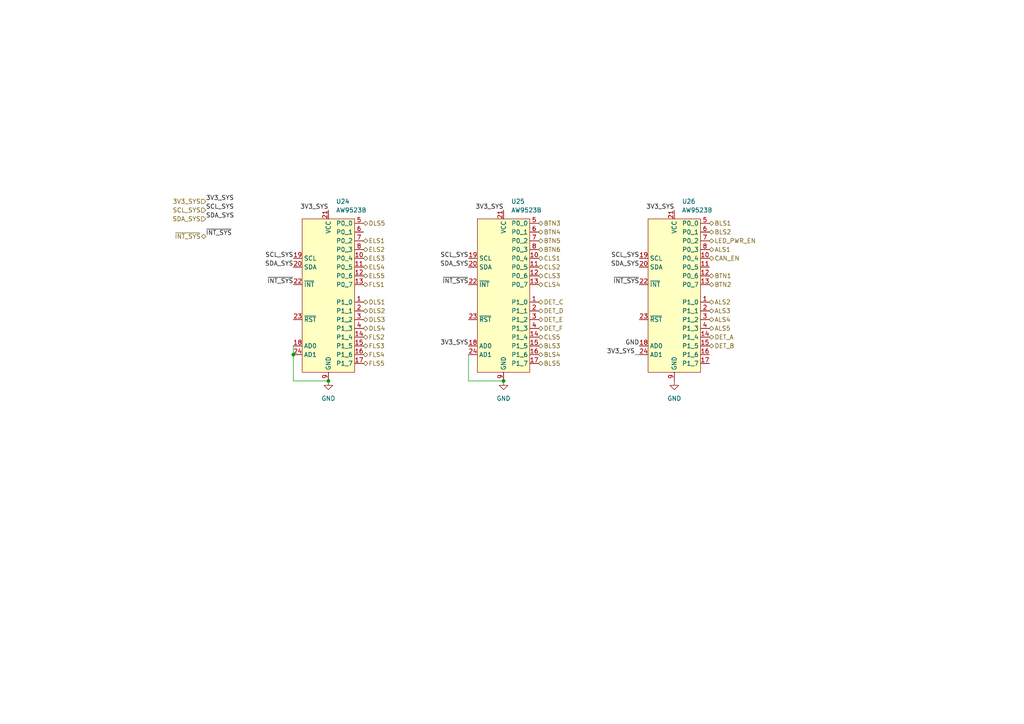
<source format=kicad_sch>
(kicad_sch (version 20230121) (generator eeschema)
  (paper "A4")
  (lib_symbols
    (symbol "nodular:AW9523B"
      (property "Reference" "U" (at 0 0 0))
      (property "Value" "AW9523B" (at 0 0 0))
      (symbol "AW9523B_1_1"
        (rectangle (start -7.62 21.59) (end 7.62 -22.86) (fill (type background)))
        (pin tri_state line (at 10.16 -2.54 180) (length 2.54) (name "P1_0") (number "1"))
        (pin tri_state line (at 10.16 10.16 180) (length 2.54) (name "P0_4") (number "10"))
        (pin tri_state line (at 10.16 7.62 180) (length 2.54) (name "P0_5") (number "11"))
        (pin tri_state line (at 10.16 5.08 180) (length 2.54) (name "P0_6") (number "12"))
        (pin tri_state line (at 10.16 2.54 180) (length 2.54) (name "P0_7") (number "13"))
        (pin tri_state line (at 10.16 -12.7 180) (length 2.54) (name "P1_4") (number "14"))
        (pin tri_state line (at 10.16 -15.24 180) (length 2.54) (name "P1_5") (number "15"))
        (pin tri_state line (at 10.16 -17.78 180) (length 2.54) (name "P1_6") (number "16"))
        (pin tri_state line (at 10.16 -20.32 180) (length 2.54) (name "P1_7") (number "17"))
        (pin input line (at -10.16 -15.24 0) (length 2.54) (name "AD0") (number "18"))
        (pin input line (at -10.16 10.16 0) (length 2.54) (name "SCL") (number "19"))
        (pin tri_state line (at 10.16 -5.08 180) (length 2.54) (name "P1_1") (number "2"))
        (pin input line (at -10.16 7.62 0) (length 2.54) (name "SDA") (number "20"))
        (pin power_in line (at 0 24.13 270) (length 2.54) (name "VCC") (number "21"))
        (pin open_collector line (at -10.16 2.54 0) (length 2.54) (name "~{INT}") (number "22"))
        (pin input line (at -10.16 -7.62 0) (length 2.54) (name "~{RST}") (number "23"))
        (pin input line (at -10.16 -17.78 0) (length 2.54) (name "AD1") (number "24"))
        (pin passive line (at 0 -25.4 90) (length 2.54) hide (name "GND") (number "25"))
        (pin tri_state line (at 10.16 -7.62 180) (length 2.54) (name "P1_2") (number "3"))
        (pin tri_state line (at 10.16 -10.16 180) (length 2.54) (name "P1_3") (number "4"))
        (pin tri_state line (at 10.16 20.32 180) (length 2.54) (name "P0_0") (number "5"))
        (pin tri_state line (at 10.16 17.78 180) (length 2.54) (name "P0_1") (number "6"))
        (pin tri_state line (at 10.16 15.24 180) (length 2.54) (name "P0_2") (number "7"))
        (pin tri_state line (at 10.16 12.7 180) (length 2.54) (name "P0_3") (number "8"))
        (pin power_in line (at 0 -25.4 90) (length 2.54) (name "GND") (number "9"))
      )
    )
    (symbol "power:GND" (power) (pin_names (offset 0))
      (property "Value" "GND" (at 0 -3.81 0))
      (symbol "GND_0_1"
        (polyline (pts (xy 0 0) (xy 0 -1.27) (xy 1.27 -1.27) (xy 0 -2.54) (xy -1.27 -1.27) (xy 0 -1.27)))
      )
      (symbol "GND_1_1"
        (pin power_in line (at 0 0 270) (length 0) hide (name "GND") (number "1"))
      )
    )
  )
  (junction (at 146.05 110.49))
  (junction (at 95.25 110.49))
  (junction (at 85.09 102.87))
  (wire (pts (xy 135.89 110.49) (xy 146.05 110.49)))
  (wire (pts (xy 85.09 110.49) (xy 85.09 102.87)))
  (wire (pts (xy 85.09 102.87) (xy 85.09 100.33)))
  (wire (pts (xy 184.15 102.87) (xy 185.42 102.87)))
  (wire (pts (xy 95.25 110.49) (xy 85.09 110.49)))
  (wire (pts (xy 135.89 102.87) (xy 135.89 110.49)))
  (label "SCL_SYS" (at 59.69 60.96 0))
  (label "SDA_SYS" (at 85.09 77.47 180))
  (label "~{INT_SYS}" (at 85.09 82.55 180))
  (label "3V3_SYS" (at 135.89 100.33 180))
  (label "SDA_SYS" (at 185.42 77.47 180))
  (label "~{INT_SYS}" (at 59.69 68.58 0))
  (label "SCL_SYS" (at 135.89 74.93 180))
  (label "SDA_SYS" (at 59.69 63.5 0))
  (label "SCL_SYS" (at 185.42 74.93 180))
  (label "3V3_SYS" (at 195.58 60.96 180))
  (label "3V3_SYS" (at 146.05 60.96 180))
  (label "3V3_SYS" (at 184.15 102.87 180))
  (label "SCL_SYS" (at 85.09 74.93 180))
  (label "~{INT_SYS}" (at 135.89 82.55 180))
  (label "3V3_SYS" (at 59.69 58.42 0))
  (label "SDA_SYS" (at 135.89 77.47 180))
  (label "~{INT_SYS}" (at 185.42 82.55 180))
  (label "GND" (at 185.42 100.33 180))
  (label "3V3_SYS" (at 95.25 60.96 180))
  (hierarchical_label "ELS3" (shape bidirectional) (at 105.41 74.93 0))
  (hierarchical_label "ALS2" (shape bidirectional) (at 205.74 87.63 0))
  (hierarchical_label "BTN5" (shape bidirectional) (at 156.21 69.85 0))
  (hierarchical_label "CLS1" (shape bidirectional) (at 156.21 74.93 0))
  (hierarchical_label "ELS5" (shape bidirectional) (at 105.41 80.01 0))
  (hierarchical_label "BTN2" (shape bidirectional) (at 205.74 82.55 0))
  (hierarchical_label "FLS2" (shape bidirectional) (at 105.41 97.79 0))
  (hierarchical_label "DLS2" (shape bidirectional) (at 105.41 90.17 0))
  (hierarchical_label "BTN3" (shape bidirectional) (at 156.21 64.77 0))
  (hierarchical_label "DET_C" (shape bidirectional) (at 156.21 87.63 0))
  (hierarchical_label "BTN4" (shape bidirectional) (at 156.21 67.31 0))
  (hierarchical_label "DET_E" (shape bidirectional) (at 156.21 92.71 0))
  (hierarchical_label "~{INT_SYS}" (shape bidirectional) (at 59.69 68.58 180))
  (hierarchical_label "SDA_SYS" (shape input) (at 59.69 63.5 180))
  (hierarchical_label "DET_B" (shape bidirectional) (at 205.74 100.33 0))
  (hierarchical_label "BTN1" (shape bidirectional) (at 205.74 80.01 0))
  (hierarchical_label "LED_PWR_EN" (shape bidirectional) (at 205.74 69.85 0))
  (hierarchical_label "CLS3" (shape bidirectional) (at 156.21 80.01 0))
  (hierarchical_label "DLS3" (shape bidirectional) (at 105.41 92.71 0))
  (hierarchical_label "SCL_SYS" (shape input) (at 59.69 60.96 180))
  (hierarchical_label "CAN_EN" (shape bidirectional) (at 205.74 74.93 0))
  (hierarchical_label "BLS5" (shape bidirectional) (at 156.21 105.41 0))
  (hierarchical_label "DET_D" (shape bidirectional) (at 156.21 90.17 0))
  (hierarchical_label "ELS4" (shape bidirectional) (at 105.41 77.47 0))
  (hierarchical_label "FLS5" (shape bidirectional) (at 105.41 105.41 0))
  (hierarchical_label "ELS2" (shape bidirectional) (at 105.41 72.39 0))
  (hierarchical_label "ELS1" (shape bidirectional) (at 105.41 69.85 0))
  (hierarchical_label "3V3_SYS" (shape input) (at 59.69 58.42 180))
  (hierarchical_label "CLS5" (shape bidirectional) (at 156.21 97.79 0))
  (hierarchical_label "BLS3" (shape bidirectional) (at 156.21 100.33 0))
  (hierarchical_label "FLS3" (shape bidirectional) (at 105.41 100.33 0))
  (hierarchical_label "ALS4" (shape bidirectional) (at 205.74 92.71 0))
  (hierarchical_label "FLS1" (shape bidirectional) (at 105.41 82.55 0))
  (hierarchical_label "BLS2" (shape bidirectional) (at 205.74 67.31 0))
  (hierarchical_label "CLS4" (shape bidirectional) (at 156.21 82.55 0))
  (hierarchical_label "DET_F" (shape bidirectional) (at 156.21 95.25 0))
  (hierarchical_label "DLS4" (shape bidirectional) (at 105.41 95.25 0))
  (hierarchical_label "FLS4" (shape bidirectional) (at 105.41 102.87 0))
  (hierarchical_label "ALS1" (shape bidirectional) (at 205.74 72.39 0))
  (hierarchical_label "DLS5" (shape bidirectional) (at 105.41 64.77 0))
  (hierarchical_label "CLS2" (shape bidirectional) (at 156.21 77.47 0))
  (hierarchical_label "BLS4" (shape bidirectional) (at 156.21 102.87 0))
  (hierarchical_label "DET_A" (shape bidirectional) (at 205.74 97.79 0))
  (hierarchical_label "ALS5" (shape bidirectional) (at 205.74 95.25 0))
  (hierarchical_label "BTN6" (shape bidirectional) (at 156.21 72.39 0))
  (hierarchical_label "ALS3" (shape bidirectional) (at 205.74 90.17 0))
  (hierarchical_label "BLS1" (shape bidirectional) (at 205.74 64.77 0))
  (hierarchical_label "DLS1" (shape bidirectional) (at 105.41 87.63 0))
  (symbol (lib_id "power:GND") (at 95.25 110.49 0) (unit 1)
    (property "Reference" "#PWR022" (effects hide))
    (property "Value" "GND" (at 95.25 115.57 0))
  )
  (symbol (lib_id "power:GND") (at 195.58 110.49 0) (unit 1)
    (property "Reference" "#PWR020" (effects hide))
    (property "Value" "GND" (at 195.58 115.57 0))
  )
  (symbol (lib_id "nodular:AW9523B") (at 146.05 85.09 0) (unit 1)
    (property "Reference" "U25" (at 148.2441 58.42 0) (effects (justify left)))
    (property "Value" "AW9523B" (at 148.2441 60.96 0) (effects (justify left)))
    (property "Footprint" "Package_DFN_QFN:QFN-24-1EP_4x4mm_P0.5mm_EP2.7x2.6mm" (effects hide))
    (property "Datasheet" "https://cdn-shop.adafruit.com/product-files/4886/AW9523%20English%20Datasheet.pdf" (effects hide))
  )
  (symbol (lib_id "nodular:AW9523B") (at 195.58 85.09 0) (unit 1)
    (property "Reference" "U26" (at 197.7741 58.42 0) (effects (justify left)))
    (property "Value" "AW9523B" (at 197.7741 60.96 0) (effects (justify left)))
    (property "Footprint" "Package_DFN_QFN:QFN-24-1EP_4x4mm_P0.5mm_EP2.7x2.6mm" (effects hide))
    (property "Datasheet" "https://cdn-shop.adafruit.com/product-files/4886/AW9523%20English%20Datasheet.pdf" (effects hide))
  )
  (symbol (lib_id "power:GND") (at 146.05 110.49 0) (unit 1)
    (property "Reference" "#PWR021" (effects hide))
    (property "Value" "GND" (at 146.05 115.57 0))
  )
  (symbol (lib_id "nodular:AW9523B") (at 95.25 85.09 0) (unit 1)
    (property "Reference" "U24" (at 97.4441 58.42 0) (effects (justify left)))
    (property "Value" "AW9523B" (at 97.4441 60.96 0) (effects (justify left)))
    (property "Footprint" "Package_DFN_QFN:QFN-24-1EP_4x4mm_P0.5mm_EP2.7x2.6mm" (effects hide))
    (property "Datasheet" "https://cdn-shop.adafruit.com/product-files/4886/AW9523%20English%20Datasheet.pdf" (effects hide))
  )
)
</source>
